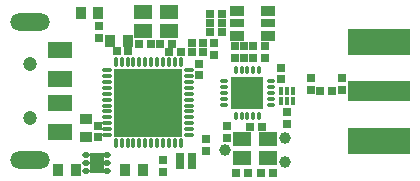
<source format=gts>
%FSTAX43Y43*%
%MOMM*%
%SFA1B1*%

%IPPOS*%
%ADD35C,0.999998*%
%ADD36C,1.199998*%
%ADD51R,0.649999X0.749999*%
%ADD52R,0.749999X0.649999*%
%ADD53R,5.229990X2.181996*%
%ADD54R,5.229990X1.673997*%
%ADD55R,0.399999X0.699999*%
%ADD56R,0.849998X1.049998*%
%ADD57R,1.049998X0.849998*%
%ADD58R,1.199998X0.949998*%
%ADD59R,1.199998X0.749999*%
%ADD60R,2.149996X1.349997*%
%ADD61R,5.749989X5.749989*%
%ADD62O,0.849998X0.399999*%
%ADD63O,0.399999X0.849998*%
%ADD64O,0.649999X0.449999*%
%ADD65R,1.149998X1.749997*%
%ADD66O,0.799998X0.349999*%
%ADD67O,0.349999X0.799998*%
%ADD68R,2.749995X2.749995*%
%ADD69R,1.549997X1.299997*%
%ADD70O,3.349993X1.449997*%
%LNzooidreceiverpcb-1*%
%LPD*%
G54D35*
X0019234Y0002524D03*
X0024314Y0001508D03*
Y000354D03*
G54D36*
X0002674Y0009749D03*
Y0005249D03*
G54D51*
X0013949Y0000624D03*
Y0001624D03*
X0019379Y0003559D03*
Y0004559D03*
X0023909Y0009479D03*
Y0008479D03*
X0021579Y0010309D03*
Y0011309D03*
X0020819Y0010309D03*
Y0011309D03*
X0024424Y0005724D03*
Y0004724D03*
X0020049Y0010309D03*
Y0011309D03*
X0008424Y0003574D03*
Y0004574D03*
X0022579Y0010309D03*
Y0011309D03*
X0018249Y0010549D03*
Y0011549D03*
X0017599Y0002439D03*
Y0003439D03*
X0016974Y0008824D03*
Y0009824D03*
X0008524Y0012999D03*
Y0011999D03*
X0026474Y0007574D03*
Y0008574D03*
X0029074Y0007574D03*
Y0008574D03*
G54D52*
X0027274Y0007499D03*
X0028274D03*
X0011024Y0010849D03*
X0010024D03*
X0022224Y0000599D03*
X0023224D03*
X0021159D03*
X0020159D03*
X0015449Y0010774D03*
X0014449D03*
X0016399Y0001949D03*
X0015399D03*
X0017369Y0011599D03*
X0016369D03*
X0013724Y0011524D03*
X0014724D03*
X0012899D03*
X0011899D03*
X0016399Y0001199D03*
X0015399D03*
X0021349Y0004419D03*
X0022349D03*
X0016379Y0010769D03*
X0017379D03*
X0017929Y0014009D03*
X0018929D03*
X0017929Y0013249D03*
X0018929D03*
X0017929Y0012479D03*
X0018929D03*
G54D53*
X0032249Y0003308D03*
Y001169D03*
G54D54*
X0032249Y0007499D03*
G54D55*
X0023924Y0006649D03*
X0024424D03*
X0024924D03*
Y0007499D03*
X0024424D03*
X0023924D03*
G54D56*
X0005099Y0000799D03*
X0006599D03*
X0012249D03*
X0010749D03*
X0009474Y0011774D03*
X0010974D03*
X0008474Y0014099D03*
X0006974D03*
G54D57*
X0007424Y0005124D03*
Y0003624D03*
G54D58*
X0022874Y0012199D03*
Y0014299D03*
X0020224Y0012199D03*
Y0014299D03*
G54D59*
X0022874Y0013249D03*
X0020224D03*
G54D60*
X0005274Y0006499D03*
Y0008499D03*
Y0010999D03*
Y0003999D03*
G54D61*
X0012699Y0006524D03*
G54D62*
X0016149Y0009274D03*
Y0008774D03*
Y0008274D03*
Y0007774D03*
Y0007274D03*
Y0006774D03*
Y0006274D03*
Y0005774D03*
Y0005274D03*
Y0004774D03*
Y0004274D03*
Y0003774D03*
X0009249D03*
Y0004274D03*
Y0004774D03*
Y0005274D03*
Y0005774D03*
Y0006274D03*
Y0006774D03*
Y0007274D03*
Y0007774D03*
Y0008274D03*
Y0008774D03*
Y0009274D03*
G54D63*
X0015449Y0003074D03*
X0014949D03*
X0014449D03*
X0012949D03*
X0012449D03*
X0011949D03*
X0011449D03*
X0010949D03*
X0010449D03*
X0009949D03*
Y0009974D03*
X0010449D03*
X0010949D03*
X0011449D03*
X0011949D03*
X0012449D03*
X0012949D03*
X0013449D03*
X0013949D03*
X0014449D03*
X0014949D03*
X0015449D03*
X0013949Y0003074D03*
X0013449D03*
G54D64*
X0009249Y0000749D03*
Y0001399D03*
Y0002049D03*
X0007449D03*
Y0001399D03*
Y0000749D03*
G54D65*
X0008349Y0001399D03*
G54D66*
X0019124Y0008324D03*
Y0007824D03*
Y0007324D03*
Y0006824D03*
Y0006324D03*
X0023074D03*
Y0006824D03*
Y0007324D03*
Y0007824D03*
Y0008324D03*
G54D67*
X0020099Y0005349D03*
X0020599D03*
X0021099D03*
X0021599D03*
X0022099D03*
Y0009299D03*
X0021599D03*
X0021099D03*
X0020599D03*
X0020099D03*
G54D68*
X0021099Y0007324D03*
G54D69*
X0014499Y0012624D03*
X0012299D03*
Y0014224D03*
X0014499D03*
X0020624Y0003399D03*
X0022824D03*
Y0001799D03*
X0020624D03*
G54D70*
X0002674Y0013349D03*
Y0001649D03*
M02*
</source>
